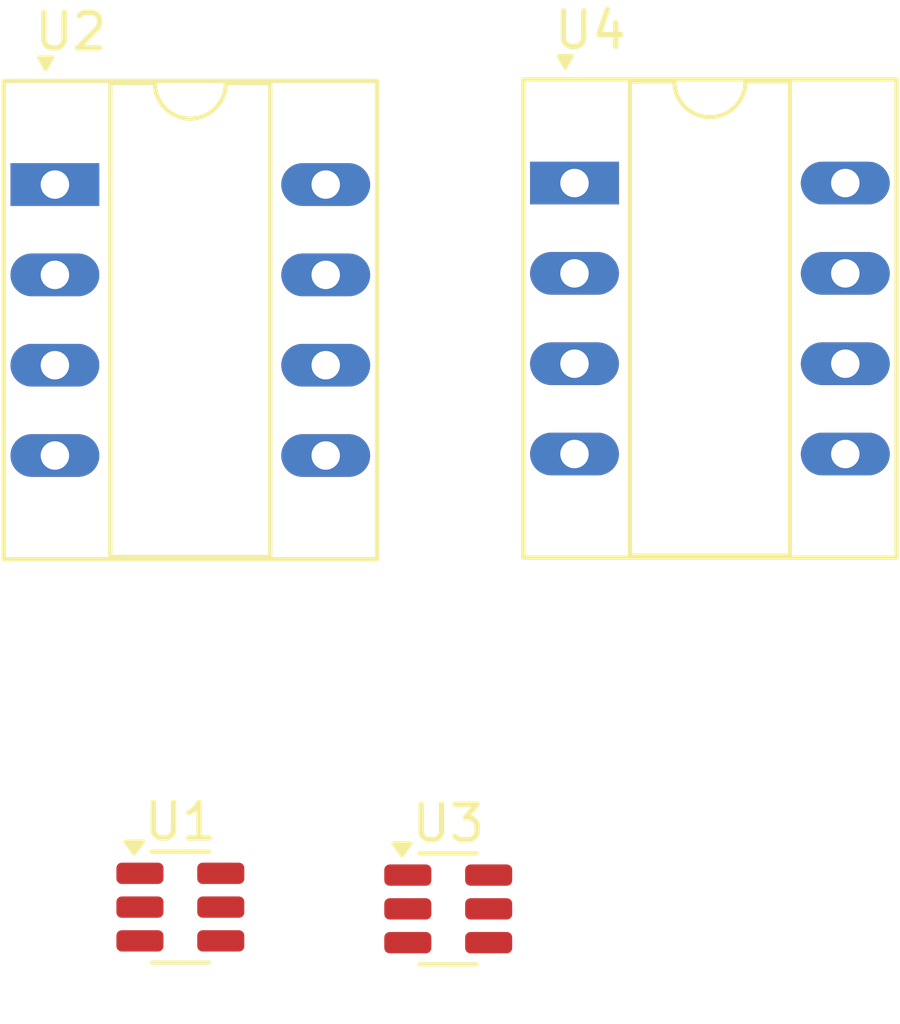
<source format=kicad_pcb>
(kicad_pcb (version 20240108) (generator "pcbnew") (generator_version "8.0")
  (layers (0 "F.Cu" signal) (31 "B.Cu" signal) (34 "B.Paste" user) (35 "F.Paste" user) (36 "B.SilkS" user "B.Silkscreen") (37 "F.SilkS" user "F.Silkscreen") (38 "B.Mask" user) (39 "F.Mask" user) (44 "Edge.Cuts" user))
  (net 0 "")
  (footprint "Varadis_RADFETs_Footprints:VT0X-DIP8-SideBrazed" (layer "F.Cu") (at 101.49 74.1375)
    (property "Reference" "U4" (at 0.45 -4.3 0) (layer "F.SilkS"))
    (property "Value" "VT02")
    (fp_line (start -1.44 -2.915) (end -1.44 10.535) (stroke (width 0.12)) (layer "F.SilkS"))
    (fp_line (start -1.44 10.535) (end 9.06 10.535) (stroke (width 0.12)) (layer "F.SilkS"))
    (fp_line (start 1.56 -2.855) (end 1.56 10.475) (stroke (width 0.12)) (layer "F.SilkS"))
    (fp_line (start 1.56 10.475) (end 6.06 10.475) (stroke (width 0.12)) (layer "F.SilkS"))
    (fp_line (start 2.81 -2.855) (end 1.56 -2.855) (stroke (width 0.12)) (layer "F.SilkS"))
    (fp_line (start 6.06 -2.855) (end 4.81 -2.855) (stroke (width 0.12)) (layer "F.SilkS"))
    (fp_line (start 6.06 10.475) (end 6.06 -2.855) (stroke (width 0.12)) (layer "F.SilkS"))
    (fp_line (start 9.06 -2.915) (end -1.44 -2.915) (stroke (width 0.12)) (layer "F.SilkS"))
    (fp_line (start 9.06 10.535) (end 9.06 -2.915) (stroke (width 0.12)) (layer "F.SilkS"))
    (fp_arc (start 4.81 -2.855) (mid 3.81 -1.855) (end 2.81 -2.855) (stroke (width 0.12)) (layer "F.SilkS"))
    (fp_poly (pts (xy -0.45 -3.58) (xy -0.07 -3.58) (xy -0.07 -3.57) (xy -0.26 -3.23) (xy -0.45 -3.57)) (stroke (width 0.1)) (fill solid) (layer "F.SilkS"))
    (pad "1" thru_hole rect (at 0 0) (size 2.5 1.2) (drill 0.8) (layers "*.Cu" "*.Mask"))
    (pad "2" thru_hole oval (at 0 2.54) (size 2.5 1.2) (drill 0.8) (layers "*.Cu" "*.Mask"))
    (pad "3" thru_hole oval (at 0 5.08) (size 2.5 1.2) (drill 0.8) (layers "*.Cu" "*.Mask"))
    (pad "4" thru_hole oval (at 0 7.62) (size 2.5 1.2) (drill 0.8) (layers "*.Cu" "*.Mask"))
    (pad "5" thru_hole oval (at 7.62 7.62) (size 2.5 1.2) (drill 0.8) (layers "*.Cu" "*.Mask"))
    (pad "6" thru_hole oval (at 7.62 5.08) (size 2.5 1.2) (drill 0.8) (layers "*.Cu" "*.Mask"))
    (pad "7" thru_hole oval (at 7.62 2.54) (size 2.5 1.2) (drill 0.8) (layers "*.Cu" "*.Mask"))
    (pad "8" thru_hole oval (at 7.62 0) (size 2.5 1.2) (drill 0.8) (layers "*.Cu" "*.Mask"))
  )
  (footprint "Package_TO_SOT_SMD:SOT-23-6" (layer "F.Cu") (at 90.4 94.5)
    (property "Reference" "U1" (at 0 -2.4 0) (layer "F.SilkS"))
    (property "Value" "VT01")
    (fp_line (start 0 -1.56) (end -0.8 -1.56) (stroke (width 0.12)) (layer "F.SilkS"))
    (fp_line (start 0 -1.56) (end 0.8 -1.56) (stroke (width 0.12)) (layer "F.SilkS"))
    (fp_line (start 0 1.56) (end -0.8 1.56) (stroke (width 0.12)) (layer "F.SilkS"))
    (fp_line (start 0 1.56) (end 0.8 1.56) (stroke (width 0.12)) (layer "F.SilkS"))
    (fp_poly (pts (xy -1.3 -1.51) (xy -1.54 -1.84) (xy -1.06 -1.84) (xy -1.3 -1.51)) (stroke (width 0.12)) (fill solid) (layer "F.SilkS"))
    (pad "1" smd roundrect (at -1.1375 -0.95) (size 1.325 0.6) (layers "F.Cu" "F.Paste" "F.Mask"))
    (pad "2" smd roundrect (at -1.1375 0) (size 1.325 0.6) (layers "F.Cu" "F.Paste" "F.Mask"))
    (pad "3" smd roundrect (at -1.1375 0.95) (size 1.325 0.6) (layers "F.Cu" "F.Paste" "F.Mask"))
    (pad "4" smd roundrect (at 1.1375 0.95) (size 1.325 0.6) (layers "F.Cu" "F.Paste" "F.Mask"))
    (pad "5" smd roundrect (at 1.1375 0) (size 1.325 0.6) (layers "F.Cu" "F.Paste" "F.Mask"))
    (pad "6" smd roundrect (at 1.1375 -0.95) (size 1.325 0.6) (layers "F.Cu" "F.Paste" "F.Mask"))
  )
  (footprint "Varadis_RADFETs_Footprints:VT0X-DIP8-SideBrazed" (layer "F.Cu") (at 86.87 74.18)
    (property "Reference" "U2" (at 0.45 -4.3 0) (layer "F.SilkS"))
    (property "Value" "VT04")
    (fp_line (start -1.44 -2.915) (end -1.44 10.535) (stroke (width 0.12)) (layer "F.SilkS"))
    (fp_line (start -1.44 10.535) (end 9.06 10.535) (stroke (width 0.12)) (layer "F.SilkS"))
    (fp_line (start 1.56 -2.855) (end 1.56 10.475) (stroke (width 0.12)) (layer "F.SilkS"))
    (fp_line (start 1.56 10.475) (end 6.06 10.475) (stroke (width 0.12)) (layer "F.SilkS"))
    (fp_line (start 2.81 -2.855) (end 1.56 -2.855) (stroke (width 0.12)) (layer "F.SilkS"))
    (fp_line (start 6.06 -2.855) (end 4.81 -2.855) (stroke (width 0.12)) (layer "F.SilkS"))
    (fp_line (start 6.06 10.475) (end 6.06 -2.855) (stroke (width 0.12)) (layer "F.SilkS"))
    (fp_line (start 9.06 -2.915) (end -1.44 -2.915) (stroke (width 0.12)) (layer "F.SilkS"))
    (fp_line (start 9.06 10.535) (end 9.06 -2.915) (stroke (width 0.12)) (layer "F.SilkS"))
    (fp_arc (start 4.81 -2.855) (mid 3.81 -1.855) (end 2.81 -2.855) (stroke (width 0.12)) (layer "F.SilkS"))
    (fp_poly (pts (xy -0.45 -3.58) (xy -0.07 -3.58) (xy -0.07 -3.57) (xy -0.26 -3.23) (xy -0.45 -3.57)) (stroke (width 0.1)) (fill solid) (layer "F.SilkS"))
    (pad "1" thru_hole rect (at 0 0) (size 2.5 1.2) (drill 0.8) (layers "*.Cu" "*.Mask"))
    (pad "2" thru_hole oval (at 0 2.54) (size 2.5 1.2) (drill 0.8) (layers "*.Cu" "*.Mask"))
    (pad "3" thru_hole oval (at 0 5.08) (size 2.5 1.2) (drill 0.8) (layers "*.Cu" "*.Mask"))
    (pad "4" thru_hole oval (at 0 7.62) (size 2.5 1.2) (drill 0.8) (layers "*.Cu" "*.Mask"))
    (pad "5" thru_hole oval (at 7.62 7.62) (size 2.5 1.2) (drill 0.8) (layers "*.Cu" "*.Mask"))
    (pad "6" thru_hole oval (at 7.62 5.08) (size 2.5 1.2) (drill 0.8) (layers "*.Cu" "*.Mask"))
    (pad "7" thru_hole oval (at 7.62 2.54) (size 2.5 1.2) (drill 0.8) (layers "*.Cu" "*.Mask"))
    (pad "8" thru_hole oval (at 7.62 0) (size 2.5 1.2) (drill 0.8) (layers "*.Cu" "*.Mask"))
  )
  (footprint "Package_TO_SOT_SMD:SOT-23-6" (layer "F.Cu") (at 97.9375 94.55)
    (property "Reference" "U3" (at 0 -2.4 0) (layer "F.SilkS"))
    (property "Value" "VT03")
    (fp_line (start 0 -1.56) (end -0.8 -1.56) (stroke (width 0.12)) (layer "F.SilkS"))
    (fp_line (start 0 -1.56) (end 0.8 -1.56) (stroke (width 0.12)) (layer "F.SilkS"))
    (fp_line (start 0 1.56) (end -0.8 1.56) (stroke (width 0.12)) (layer "F.SilkS"))
    (fp_line (start 0 1.56) (end 0.8 1.56) (stroke (width 0.12)) (layer "F.SilkS"))
    (fp_poly (pts (xy -1.3 -1.51) (xy -1.54 -1.84) (xy -1.06 -1.84) (xy -1.3 -1.51)) (stroke (width 0.12)) (fill solid) (layer "F.SilkS"))
    (pad "1" smd roundrect (at -1.1375 -0.95) (size 1.325 0.6) (layers "F.Cu" "F.Paste" "F.Mask"))
    (pad "2" smd roundrect (at -1.1375 0) (size 1.325 0.6) (layers "F.Cu" "F.Paste" "F.Mask"))
    (pad "3" smd roundrect (at -1.1375 0.95) (size 1.325 0.6) (layers "F.Cu" "F.Paste" "F.Mask"))
    (pad "4" smd roundrect (at 1.1375 0.95) (size 1.325 0.6) (layers "F.Cu" "F.Paste" "F.Mask"))
    (pad "5" smd roundrect (at 1.1375 0) (size 1.325 0.6) (layers "F.Cu" "F.Paste" "F.Mask"))
    (pad "6" smd roundrect (at 1.1375 -0.95) (size 1.325 0.6) (layers "F.Cu" "F.Paste" "F.Mask"))
  )
)
</source>
